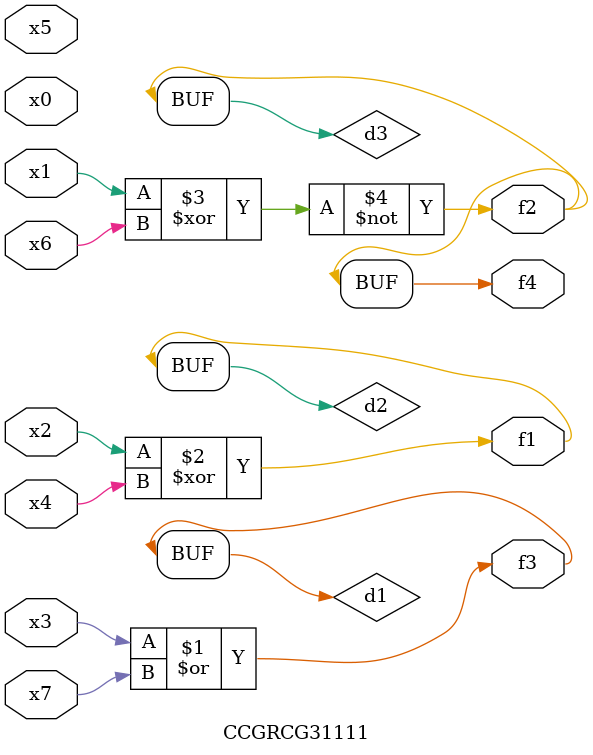
<source format=v>
module CCGRCG31111(
	input x0, x1, x2, x3, x4, x5, x6, x7,
	output f1, f2, f3, f4
);

	wire d1, d2, d3;

	or (d1, x3, x7);
	xor (d2, x2, x4);
	xnor (d3, x1, x6);
	assign f1 = d2;
	assign f2 = d3;
	assign f3 = d1;
	assign f4 = d3;
endmodule

</source>
